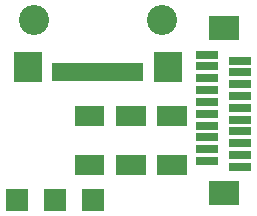
<source format=gts>
G04*
G04 Format:               Gerber RS-274X*
G04 Export Settings:      OSH Park*
G04 Layer:                TopSolderMask*
G04 This File Name:       HDMI_QSB_new.gts*
G04 Source File Name:     HDMI_QSB_new.rrb*
G04 Unique ID:            51c3dc83-d7bb-4e2f-9342-59aa85fb2bb0*
G04 Generated Date:       Thursday, 10 August 2017 09:01:58*
G04*
G04 Created Using:        Robot Room Copper Connection v3.0.5875*
G04 Software Contact:     http://www.robotroom.com/CopperConnection/Support.aspx*
G04 License Number:       1880*
G04*
G04 Zero Suppression:     Leading*
G04 Number Precision:     2.4*
G04*
G04 Polarity:             Negative. Dark is solderable. Clear space is coating.*
G04*
%FSLAX24Y24*%
%MOIN*%
%LNTopSolderMask*%
%ADD10C,.1006*%
%ADD11R,.006X.006*%
%ADD12R,.007X.007*%
%ADD13R,.0187X.0592*%
%ADD14R,.0218X.0671*%
%ADD15R,.073X.0257*%
%ADD16R,.075X.075*%
%ADD17R,.0927X.1006*%
%ADD18R,.1045X.0809*%
D10*
G01X1222Y6539D03*
X5494D03*
D13*
X1907Y4817D03*
X2064D03*
X2222D03*
X2379D03*
X2537D03*
X2694D03*
X2852D03*
X3009D03*
X3167D03*
X3322D03*
X3482D03*
X3639D03*
X3797D03*
X3954D03*
X4112D03*
X4269D03*
X4427D03*
X4584D03*
X4742D03*
D14*
X4055Y1696D03*
X4252D03*
X4449D03*
X4646D03*
X4843D03*
X4055Y3349D03*
X4252D03*
X4449D03*
X4646D03*
X4843D03*
X2676Y1696D03*
X2873D03*
X3070D03*
X3267D03*
X3463D03*
X2676Y3349D03*
X2873D03*
X3070D03*
X3267D03*
X3463D03*
X5432Y1696D03*
X5628D03*
X5825D03*
X6022D03*
X6219D03*
X5432Y3349D03*
X5628D03*
X5825D03*
X6022D03*
X6219D03*
D15*
X8093Y1641D03*
Y2035D03*
Y2429D03*
Y2823D03*
Y3216D03*
Y3610D03*
Y4004D03*
Y4397D03*
Y4791D03*
Y5185D03*
X6995Y1838D03*
Y2232D03*
Y2626D03*
Y3019D03*
Y3413D03*
Y3807D03*
Y4200D03*
Y4594D03*
Y4988D03*
Y5382D03*
D16*
X669Y551D03*
X3173D03*
X1907D03*
D17*
X1015Y4984D03*
X5700D03*
D18*
X7544Y781D03*
Y6285D03*
M02*

</source>
